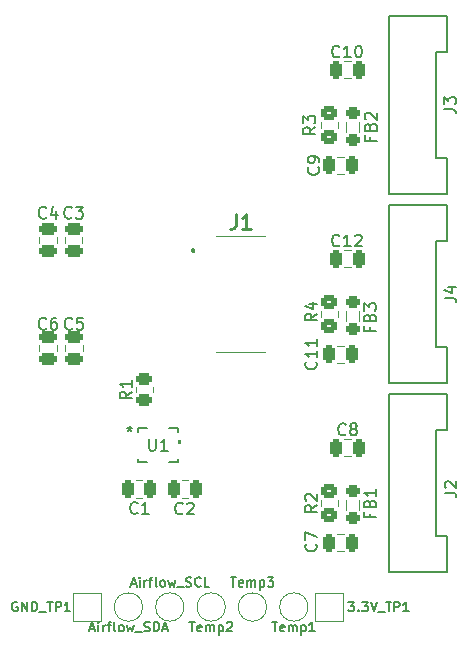
<source format=gto>
G04 #@! TF.GenerationSoftware,KiCad,Pcbnew,7.0.2*
G04 #@! TF.CreationDate,2023-11-13T13:22:44-06:00*
G04 #@! TF.ProjectId,Telemetry-Peripheral-SOM-Daughterboard-IMU,54656c65-6d65-4747-9279-2d5065726970,rev?*
G04 #@! TF.SameCoordinates,Original*
G04 #@! TF.FileFunction,Legend,Top*
G04 #@! TF.FilePolarity,Positive*
%FSLAX46Y46*%
G04 Gerber Fmt 4.6, Leading zero omitted, Abs format (unit mm)*
G04 Created by KiCad (PCBNEW 7.0.2) date 2023-11-13 13:22:44*
%MOMM*%
%LPD*%
G01*
G04 APERTURE LIST*
G04 Aperture macros list*
%AMRoundRect*
0 Rectangle with rounded corners*
0 $1 Rounding radius*
0 $2 $3 $4 $5 $6 $7 $8 $9 X,Y pos of 4 corners*
0 Add a 4 corners polygon primitive as box body*
4,1,4,$2,$3,$4,$5,$6,$7,$8,$9,$2,$3,0*
0 Add four circle primitives for the rounded corners*
1,1,$1+$1,$2,$3*
1,1,$1+$1,$4,$5*
1,1,$1+$1,$6,$7*
1,1,$1+$1,$8,$9*
0 Add four rect primitives between the rounded corners*
20,1,$1+$1,$2,$3,$4,$5,0*
20,1,$1+$1,$4,$5,$6,$7,0*
20,1,$1+$1,$6,$7,$8,$9,0*
20,1,$1+$1,$8,$9,$2,$3,0*%
G04 Aperture macros list end*
%ADD10C,0.150000*%
%ADD11C,0.254000*%
%ADD12C,0.120000*%
%ADD13C,0.100000*%
%ADD14C,0.300000*%
%ADD15C,0.152400*%
%ADD16RoundRect,0.250000X-0.250000X-0.475000X0.250000X-0.475000X0.250000X0.475000X-0.250000X0.475000X0*%
%ADD17RoundRect,0.250000X0.250000X0.475000X-0.250000X0.475000X-0.250000X-0.475000X0.250000X-0.475000X0*%
%ADD18RoundRect,0.250000X0.475000X-0.250000X0.475000X0.250000X-0.475000X0.250000X-0.475000X-0.250000X0*%
%ADD19C,1.270000*%
%ADD20C,1.700000*%
%ADD21RoundRect,0.250000X-0.350000X0.275000X-0.350000X-0.275000X0.350000X-0.275000X0.350000X0.275000X0*%
%ADD22C,2.000000*%
%ADD23R,1.800000X0.550000*%
%ADD24RoundRect,0.250000X-0.475000X0.250000X-0.475000X-0.250000X0.475000X-0.250000X0.475000X0.250000X0*%
%ADD25RoundRect,0.250000X0.450000X-0.350000X0.450000X0.350000X-0.450000X0.350000X-0.450000X-0.350000X0*%
%ADD26R,2.000000X2.000000*%
%ADD27R,0.533400X0.304800*%
%ADD28R,0.304800X0.533400*%
%ADD29C,3.000000*%
%ADD30RoundRect,0.250000X-0.450000X0.262500X-0.450000X-0.262500X0.450000X-0.262500X0.450000X0.262500X0*%
G04 APERTURE END LIST*
D10*
X157764734Y-109517380D02*
X157717115Y-109565000D01*
X157717115Y-109565000D02*
X157574258Y-109612619D01*
X157574258Y-109612619D02*
X157479020Y-109612619D01*
X157479020Y-109612619D02*
X157336163Y-109565000D01*
X157336163Y-109565000D02*
X157240925Y-109469761D01*
X157240925Y-109469761D02*
X157193306Y-109374523D01*
X157193306Y-109374523D02*
X157145687Y-109184047D01*
X157145687Y-109184047D02*
X157145687Y-109041190D01*
X157145687Y-109041190D02*
X157193306Y-108850714D01*
X157193306Y-108850714D02*
X157240925Y-108755476D01*
X157240925Y-108755476D02*
X157336163Y-108660238D01*
X157336163Y-108660238D02*
X157479020Y-108612619D01*
X157479020Y-108612619D02*
X157574258Y-108612619D01*
X157574258Y-108612619D02*
X157717115Y-108660238D01*
X157717115Y-108660238D02*
X157764734Y-108707857D01*
X158717115Y-109612619D02*
X158145687Y-109612619D01*
X158431401Y-109612619D02*
X158431401Y-108612619D01*
X158431401Y-108612619D02*
X158336163Y-108755476D01*
X158336163Y-108755476D02*
X158240925Y-108850714D01*
X158240925Y-108850714D02*
X158145687Y-108898333D01*
X173067380Y-80266666D02*
X173115000Y-80314285D01*
X173115000Y-80314285D02*
X173162619Y-80457142D01*
X173162619Y-80457142D02*
X173162619Y-80552380D01*
X173162619Y-80552380D02*
X173115000Y-80695237D01*
X173115000Y-80695237D02*
X173019761Y-80790475D01*
X173019761Y-80790475D02*
X172924523Y-80838094D01*
X172924523Y-80838094D02*
X172734047Y-80885713D01*
X172734047Y-80885713D02*
X172591190Y-80885713D01*
X172591190Y-80885713D02*
X172400714Y-80838094D01*
X172400714Y-80838094D02*
X172305476Y-80790475D01*
X172305476Y-80790475D02*
X172210238Y-80695237D01*
X172210238Y-80695237D02*
X172162619Y-80552380D01*
X172162619Y-80552380D02*
X172162619Y-80457142D01*
X172162619Y-80457142D02*
X172210238Y-80314285D01*
X172210238Y-80314285D02*
X172257857Y-80266666D01*
X173162619Y-79790475D02*
X173162619Y-79599999D01*
X173162619Y-79599999D02*
X173115000Y-79504761D01*
X173115000Y-79504761D02*
X173067380Y-79457142D01*
X173067380Y-79457142D02*
X172924523Y-79361904D01*
X172924523Y-79361904D02*
X172734047Y-79314285D01*
X172734047Y-79314285D02*
X172353095Y-79314285D01*
X172353095Y-79314285D02*
X172257857Y-79361904D01*
X172257857Y-79361904D02*
X172210238Y-79409523D01*
X172210238Y-79409523D02*
X172162619Y-79504761D01*
X172162619Y-79504761D02*
X172162619Y-79695237D01*
X172162619Y-79695237D02*
X172210238Y-79790475D01*
X172210238Y-79790475D02*
X172257857Y-79838094D01*
X172257857Y-79838094D02*
X172353095Y-79885713D01*
X172353095Y-79885713D02*
X172591190Y-79885713D01*
X172591190Y-79885713D02*
X172686428Y-79838094D01*
X172686428Y-79838094D02*
X172734047Y-79790475D01*
X172734047Y-79790475D02*
X172781666Y-79695237D01*
X172781666Y-79695237D02*
X172781666Y-79504761D01*
X172781666Y-79504761D02*
X172734047Y-79409523D01*
X172734047Y-79409523D02*
X172686428Y-79361904D01*
X172686428Y-79361904D02*
X172591190Y-79314285D01*
X175383333Y-102867380D02*
X175335714Y-102915000D01*
X175335714Y-102915000D02*
X175192857Y-102962619D01*
X175192857Y-102962619D02*
X175097619Y-102962619D01*
X175097619Y-102962619D02*
X174954762Y-102915000D01*
X174954762Y-102915000D02*
X174859524Y-102819761D01*
X174859524Y-102819761D02*
X174811905Y-102724523D01*
X174811905Y-102724523D02*
X174764286Y-102534047D01*
X174764286Y-102534047D02*
X174764286Y-102391190D01*
X174764286Y-102391190D02*
X174811905Y-102200714D01*
X174811905Y-102200714D02*
X174859524Y-102105476D01*
X174859524Y-102105476D02*
X174954762Y-102010238D01*
X174954762Y-102010238D02*
X175097619Y-101962619D01*
X175097619Y-101962619D02*
X175192857Y-101962619D01*
X175192857Y-101962619D02*
X175335714Y-102010238D01*
X175335714Y-102010238D02*
X175383333Y-102057857D01*
X175954762Y-102391190D02*
X175859524Y-102343571D01*
X175859524Y-102343571D02*
X175811905Y-102295952D01*
X175811905Y-102295952D02*
X175764286Y-102200714D01*
X175764286Y-102200714D02*
X175764286Y-102153095D01*
X175764286Y-102153095D02*
X175811905Y-102057857D01*
X175811905Y-102057857D02*
X175859524Y-102010238D01*
X175859524Y-102010238D02*
X175954762Y-101962619D01*
X175954762Y-101962619D02*
X176145238Y-101962619D01*
X176145238Y-101962619D02*
X176240476Y-102010238D01*
X176240476Y-102010238D02*
X176288095Y-102057857D01*
X176288095Y-102057857D02*
X176335714Y-102153095D01*
X176335714Y-102153095D02*
X176335714Y-102200714D01*
X176335714Y-102200714D02*
X176288095Y-102295952D01*
X176288095Y-102295952D02*
X176240476Y-102343571D01*
X176240476Y-102343571D02*
X176145238Y-102391190D01*
X176145238Y-102391190D02*
X175954762Y-102391190D01*
X175954762Y-102391190D02*
X175859524Y-102438809D01*
X175859524Y-102438809D02*
X175811905Y-102486428D01*
X175811905Y-102486428D02*
X175764286Y-102581666D01*
X175764286Y-102581666D02*
X175764286Y-102772142D01*
X175764286Y-102772142D02*
X175811905Y-102867380D01*
X175811905Y-102867380D02*
X175859524Y-102915000D01*
X175859524Y-102915000D02*
X175954762Y-102962619D01*
X175954762Y-102962619D02*
X176145238Y-102962619D01*
X176145238Y-102962619D02*
X176240476Y-102915000D01*
X176240476Y-102915000D02*
X176288095Y-102867380D01*
X176288095Y-102867380D02*
X176335714Y-102772142D01*
X176335714Y-102772142D02*
X176335714Y-102581666D01*
X176335714Y-102581666D02*
X176288095Y-102486428D01*
X176288095Y-102486428D02*
X176240476Y-102438809D01*
X176240476Y-102438809D02*
X176145238Y-102391190D01*
X150033333Y-93917380D02*
X149985714Y-93965000D01*
X149985714Y-93965000D02*
X149842857Y-94012619D01*
X149842857Y-94012619D02*
X149747619Y-94012619D01*
X149747619Y-94012619D02*
X149604762Y-93965000D01*
X149604762Y-93965000D02*
X149509524Y-93869761D01*
X149509524Y-93869761D02*
X149461905Y-93774523D01*
X149461905Y-93774523D02*
X149414286Y-93584047D01*
X149414286Y-93584047D02*
X149414286Y-93441190D01*
X149414286Y-93441190D02*
X149461905Y-93250714D01*
X149461905Y-93250714D02*
X149509524Y-93155476D01*
X149509524Y-93155476D02*
X149604762Y-93060238D01*
X149604762Y-93060238D02*
X149747619Y-93012619D01*
X149747619Y-93012619D02*
X149842857Y-93012619D01*
X149842857Y-93012619D02*
X149985714Y-93060238D01*
X149985714Y-93060238D02*
X150033333Y-93107857D01*
X150890476Y-93012619D02*
X150700000Y-93012619D01*
X150700000Y-93012619D02*
X150604762Y-93060238D01*
X150604762Y-93060238D02*
X150557143Y-93107857D01*
X150557143Y-93107857D02*
X150461905Y-93250714D01*
X150461905Y-93250714D02*
X150414286Y-93441190D01*
X150414286Y-93441190D02*
X150414286Y-93822142D01*
X150414286Y-93822142D02*
X150461905Y-93917380D01*
X150461905Y-93917380D02*
X150509524Y-93965000D01*
X150509524Y-93965000D02*
X150604762Y-94012619D01*
X150604762Y-94012619D02*
X150795238Y-94012619D01*
X150795238Y-94012619D02*
X150890476Y-93965000D01*
X150890476Y-93965000D02*
X150938095Y-93917380D01*
X150938095Y-93917380D02*
X150985714Y-93822142D01*
X150985714Y-93822142D02*
X150985714Y-93584047D01*
X150985714Y-93584047D02*
X150938095Y-93488809D01*
X150938095Y-93488809D02*
X150890476Y-93441190D01*
X150890476Y-93441190D02*
X150795238Y-93393571D01*
X150795238Y-93393571D02*
X150604762Y-93393571D01*
X150604762Y-93393571D02*
X150509524Y-93441190D01*
X150509524Y-93441190D02*
X150461905Y-93488809D01*
X150461905Y-93488809D02*
X150414286Y-93584047D01*
X183762619Y-91333333D02*
X184476904Y-91333333D01*
X184476904Y-91333333D02*
X184619761Y-91380952D01*
X184619761Y-91380952D02*
X184715000Y-91476190D01*
X184715000Y-91476190D02*
X184762619Y-91619047D01*
X184762619Y-91619047D02*
X184762619Y-91714285D01*
X184095952Y-90428571D02*
X184762619Y-90428571D01*
X183715000Y-90666666D02*
X184429285Y-90904761D01*
X184429285Y-90904761D02*
X184429285Y-90285714D01*
X183712619Y-75333333D02*
X184426904Y-75333333D01*
X184426904Y-75333333D02*
X184569761Y-75380952D01*
X184569761Y-75380952D02*
X184665000Y-75476190D01*
X184665000Y-75476190D02*
X184712619Y-75619047D01*
X184712619Y-75619047D02*
X184712619Y-75714285D01*
X183712619Y-74952380D02*
X183712619Y-74333333D01*
X183712619Y-74333333D02*
X184093571Y-74666666D01*
X184093571Y-74666666D02*
X184093571Y-74523809D01*
X184093571Y-74523809D02*
X184141190Y-74428571D01*
X184141190Y-74428571D02*
X184188809Y-74380952D01*
X184188809Y-74380952D02*
X184284047Y-74333333D01*
X184284047Y-74333333D02*
X184522142Y-74333333D01*
X184522142Y-74333333D02*
X184617380Y-74380952D01*
X184617380Y-74380952D02*
X184665000Y-74428571D01*
X184665000Y-74428571D02*
X184712619Y-74523809D01*
X184712619Y-74523809D02*
X184712619Y-74809523D01*
X184712619Y-74809523D02*
X184665000Y-74904761D01*
X184665000Y-74904761D02*
X184617380Y-74952380D01*
X177488809Y-77683333D02*
X177488809Y-78016666D01*
X178012619Y-78016666D02*
X177012619Y-78016666D01*
X177012619Y-78016666D02*
X177012619Y-77540476D01*
X177488809Y-76826190D02*
X177536428Y-76683333D01*
X177536428Y-76683333D02*
X177584047Y-76635714D01*
X177584047Y-76635714D02*
X177679285Y-76588095D01*
X177679285Y-76588095D02*
X177822142Y-76588095D01*
X177822142Y-76588095D02*
X177917380Y-76635714D01*
X177917380Y-76635714D02*
X177965000Y-76683333D01*
X177965000Y-76683333D02*
X178012619Y-76778571D01*
X178012619Y-76778571D02*
X178012619Y-77159523D01*
X178012619Y-77159523D02*
X177012619Y-77159523D01*
X177012619Y-77159523D02*
X177012619Y-76826190D01*
X177012619Y-76826190D02*
X177060238Y-76730952D01*
X177060238Y-76730952D02*
X177107857Y-76683333D01*
X177107857Y-76683333D02*
X177203095Y-76635714D01*
X177203095Y-76635714D02*
X177298333Y-76635714D01*
X177298333Y-76635714D02*
X177393571Y-76683333D01*
X177393571Y-76683333D02*
X177441190Y-76730952D01*
X177441190Y-76730952D02*
X177488809Y-76826190D01*
X177488809Y-76826190D02*
X177488809Y-77159523D01*
X177107857Y-76207142D02*
X177060238Y-76159523D01*
X177060238Y-76159523D02*
X177012619Y-76064285D01*
X177012619Y-76064285D02*
X177012619Y-75826190D01*
X177012619Y-75826190D02*
X177060238Y-75730952D01*
X177060238Y-75730952D02*
X177107857Y-75683333D01*
X177107857Y-75683333D02*
X177203095Y-75635714D01*
X177203095Y-75635714D02*
X177298333Y-75635714D01*
X177298333Y-75635714D02*
X177441190Y-75683333D01*
X177441190Y-75683333D02*
X178012619Y-76254761D01*
X178012619Y-76254761D02*
X178012619Y-75635714D01*
X174857142Y-86867380D02*
X174809523Y-86915000D01*
X174809523Y-86915000D02*
X174666666Y-86962619D01*
X174666666Y-86962619D02*
X174571428Y-86962619D01*
X174571428Y-86962619D02*
X174428571Y-86915000D01*
X174428571Y-86915000D02*
X174333333Y-86819761D01*
X174333333Y-86819761D02*
X174285714Y-86724523D01*
X174285714Y-86724523D02*
X174238095Y-86534047D01*
X174238095Y-86534047D02*
X174238095Y-86391190D01*
X174238095Y-86391190D02*
X174285714Y-86200714D01*
X174285714Y-86200714D02*
X174333333Y-86105476D01*
X174333333Y-86105476D02*
X174428571Y-86010238D01*
X174428571Y-86010238D02*
X174571428Y-85962619D01*
X174571428Y-85962619D02*
X174666666Y-85962619D01*
X174666666Y-85962619D02*
X174809523Y-86010238D01*
X174809523Y-86010238D02*
X174857142Y-86057857D01*
X175809523Y-86962619D02*
X175238095Y-86962619D01*
X175523809Y-86962619D02*
X175523809Y-85962619D01*
X175523809Y-85962619D02*
X175428571Y-86105476D01*
X175428571Y-86105476D02*
X175333333Y-86200714D01*
X175333333Y-86200714D02*
X175238095Y-86248333D01*
X176190476Y-86057857D02*
X176238095Y-86010238D01*
X176238095Y-86010238D02*
X176333333Y-85962619D01*
X176333333Y-85962619D02*
X176571428Y-85962619D01*
X176571428Y-85962619D02*
X176666666Y-86010238D01*
X176666666Y-86010238D02*
X176714285Y-86057857D01*
X176714285Y-86057857D02*
X176761904Y-86153095D01*
X176761904Y-86153095D02*
X176761904Y-86248333D01*
X176761904Y-86248333D02*
X176714285Y-86391190D01*
X176714285Y-86391190D02*
X176142857Y-86962619D01*
X176142857Y-86962619D02*
X176761904Y-86962619D01*
X153723809Y-119341523D02*
X154104762Y-119341523D01*
X153647619Y-119570095D02*
X153914286Y-118770095D01*
X153914286Y-118770095D02*
X154180952Y-119570095D01*
X154447619Y-119570095D02*
X154447619Y-119036761D01*
X154447619Y-118770095D02*
X154409523Y-118808190D01*
X154409523Y-118808190D02*
X154447619Y-118846285D01*
X154447619Y-118846285D02*
X154485714Y-118808190D01*
X154485714Y-118808190D02*
X154447619Y-118770095D01*
X154447619Y-118770095D02*
X154447619Y-118846285D01*
X154828571Y-119570095D02*
X154828571Y-119036761D01*
X154828571Y-119189142D02*
X154866666Y-119112952D01*
X154866666Y-119112952D02*
X154904761Y-119074857D01*
X154904761Y-119074857D02*
X154980952Y-119036761D01*
X154980952Y-119036761D02*
X155057142Y-119036761D01*
X155209523Y-119036761D02*
X155514285Y-119036761D01*
X155323809Y-119570095D02*
X155323809Y-118884380D01*
X155323809Y-118884380D02*
X155361904Y-118808190D01*
X155361904Y-118808190D02*
X155438094Y-118770095D01*
X155438094Y-118770095D02*
X155514285Y-118770095D01*
X155895237Y-119570095D02*
X155819047Y-119532000D01*
X155819047Y-119532000D02*
X155780952Y-119455809D01*
X155780952Y-119455809D02*
X155780952Y-118770095D01*
X156314285Y-119570095D02*
X156238095Y-119532000D01*
X156238095Y-119532000D02*
X156200000Y-119493904D01*
X156200000Y-119493904D02*
X156161904Y-119417714D01*
X156161904Y-119417714D02*
X156161904Y-119189142D01*
X156161904Y-119189142D02*
X156200000Y-119112952D01*
X156200000Y-119112952D02*
X156238095Y-119074857D01*
X156238095Y-119074857D02*
X156314285Y-119036761D01*
X156314285Y-119036761D02*
X156428571Y-119036761D01*
X156428571Y-119036761D02*
X156504762Y-119074857D01*
X156504762Y-119074857D02*
X156542857Y-119112952D01*
X156542857Y-119112952D02*
X156580952Y-119189142D01*
X156580952Y-119189142D02*
X156580952Y-119417714D01*
X156580952Y-119417714D02*
X156542857Y-119493904D01*
X156542857Y-119493904D02*
X156504762Y-119532000D01*
X156504762Y-119532000D02*
X156428571Y-119570095D01*
X156428571Y-119570095D02*
X156314285Y-119570095D01*
X156847619Y-119036761D02*
X157000000Y-119570095D01*
X157000000Y-119570095D02*
X157152381Y-119189142D01*
X157152381Y-119189142D02*
X157304762Y-119570095D01*
X157304762Y-119570095D02*
X157457143Y-119036761D01*
X157571429Y-119646285D02*
X158180952Y-119646285D01*
X158333333Y-119532000D02*
X158447619Y-119570095D01*
X158447619Y-119570095D02*
X158638095Y-119570095D01*
X158638095Y-119570095D02*
X158714286Y-119532000D01*
X158714286Y-119532000D02*
X158752381Y-119493904D01*
X158752381Y-119493904D02*
X158790476Y-119417714D01*
X158790476Y-119417714D02*
X158790476Y-119341523D01*
X158790476Y-119341523D02*
X158752381Y-119265333D01*
X158752381Y-119265333D02*
X158714286Y-119227238D01*
X158714286Y-119227238D02*
X158638095Y-119189142D01*
X158638095Y-119189142D02*
X158485714Y-119151047D01*
X158485714Y-119151047D02*
X158409524Y-119112952D01*
X158409524Y-119112952D02*
X158371429Y-119074857D01*
X158371429Y-119074857D02*
X158333333Y-118998666D01*
X158333333Y-118998666D02*
X158333333Y-118922476D01*
X158333333Y-118922476D02*
X158371429Y-118846285D01*
X158371429Y-118846285D02*
X158409524Y-118808190D01*
X158409524Y-118808190D02*
X158485714Y-118770095D01*
X158485714Y-118770095D02*
X158676191Y-118770095D01*
X158676191Y-118770095D02*
X158790476Y-118808190D01*
X159133334Y-119570095D02*
X159133334Y-118770095D01*
X159133334Y-118770095D02*
X159323810Y-118770095D01*
X159323810Y-118770095D02*
X159438096Y-118808190D01*
X159438096Y-118808190D02*
X159514286Y-118884380D01*
X159514286Y-118884380D02*
X159552381Y-118960571D01*
X159552381Y-118960571D02*
X159590477Y-119112952D01*
X159590477Y-119112952D02*
X159590477Y-119227238D01*
X159590477Y-119227238D02*
X159552381Y-119379619D01*
X159552381Y-119379619D02*
X159514286Y-119455809D01*
X159514286Y-119455809D02*
X159438096Y-119532000D01*
X159438096Y-119532000D02*
X159323810Y-119570095D01*
X159323810Y-119570095D02*
X159133334Y-119570095D01*
X159895238Y-119341523D02*
X160276191Y-119341523D01*
X159819048Y-119570095D02*
X160085715Y-118770095D01*
X160085715Y-118770095D02*
X160352381Y-119570095D01*
D11*
X166076667Y-84217526D02*
X166076667Y-85124669D01*
X166076667Y-85124669D02*
X166016190Y-85306097D01*
X166016190Y-85306097D02*
X165895238Y-85427050D01*
X165895238Y-85427050D02*
X165713809Y-85487526D01*
X165713809Y-85487526D02*
X165592857Y-85487526D01*
X167346667Y-85487526D02*
X166620952Y-85487526D01*
X166983809Y-85487526D02*
X166983809Y-84217526D01*
X166983809Y-84217526D02*
X166862857Y-84398954D01*
X166862857Y-84398954D02*
X166741905Y-84519907D01*
X166741905Y-84519907D02*
X166620952Y-84580383D01*
D10*
X174857142Y-70867380D02*
X174809523Y-70915000D01*
X174809523Y-70915000D02*
X174666666Y-70962619D01*
X174666666Y-70962619D02*
X174571428Y-70962619D01*
X174571428Y-70962619D02*
X174428571Y-70915000D01*
X174428571Y-70915000D02*
X174333333Y-70819761D01*
X174333333Y-70819761D02*
X174285714Y-70724523D01*
X174285714Y-70724523D02*
X174238095Y-70534047D01*
X174238095Y-70534047D02*
X174238095Y-70391190D01*
X174238095Y-70391190D02*
X174285714Y-70200714D01*
X174285714Y-70200714D02*
X174333333Y-70105476D01*
X174333333Y-70105476D02*
X174428571Y-70010238D01*
X174428571Y-70010238D02*
X174571428Y-69962619D01*
X174571428Y-69962619D02*
X174666666Y-69962619D01*
X174666666Y-69962619D02*
X174809523Y-70010238D01*
X174809523Y-70010238D02*
X174857142Y-70057857D01*
X175809523Y-70962619D02*
X175238095Y-70962619D01*
X175523809Y-70962619D02*
X175523809Y-69962619D01*
X175523809Y-69962619D02*
X175428571Y-70105476D01*
X175428571Y-70105476D02*
X175333333Y-70200714D01*
X175333333Y-70200714D02*
X175238095Y-70248333D01*
X176428571Y-69962619D02*
X176523809Y-69962619D01*
X176523809Y-69962619D02*
X176619047Y-70010238D01*
X176619047Y-70010238D02*
X176666666Y-70057857D01*
X176666666Y-70057857D02*
X176714285Y-70153095D01*
X176714285Y-70153095D02*
X176761904Y-70343571D01*
X176761904Y-70343571D02*
X176761904Y-70581666D01*
X176761904Y-70581666D02*
X176714285Y-70772142D01*
X176714285Y-70772142D02*
X176666666Y-70867380D01*
X176666666Y-70867380D02*
X176619047Y-70915000D01*
X176619047Y-70915000D02*
X176523809Y-70962619D01*
X176523809Y-70962619D02*
X176428571Y-70962619D01*
X176428571Y-70962619D02*
X176333333Y-70915000D01*
X176333333Y-70915000D02*
X176285714Y-70867380D01*
X176285714Y-70867380D02*
X176238095Y-70772142D01*
X176238095Y-70772142D02*
X176190476Y-70581666D01*
X176190476Y-70581666D02*
X176190476Y-70343571D01*
X176190476Y-70343571D02*
X176238095Y-70153095D01*
X176238095Y-70153095D02*
X176285714Y-70057857D01*
X176285714Y-70057857D02*
X176333333Y-70010238D01*
X176333333Y-70010238D02*
X176428571Y-69962619D01*
X172867380Y-96742857D02*
X172915000Y-96790476D01*
X172915000Y-96790476D02*
X172962619Y-96933333D01*
X172962619Y-96933333D02*
X172962619Y-97028571D01*
X172962619Y-97028571D02*
X172915000Y-97171428D01*
X172915000Y-97171428D02*
X172819761Y-97266666D01*
X172819761Y-97266666D02*
X172724523Y-97314285D01*
X172724523Y-97314285D02*
X172534047Y-97361904D01*
X172534047Y-97361904D02*
X172391190Y-97361904D01*
X172391190Y-97361904D02*
X172200714Y-97314285D01*
X172200714Y-97314285D02*
X172105476Y-97266666D01*
X172105476Y-97266666D02*
X172010238Y-97171428D01*
X172010238Y-97171428D02*
X171962619Y-97028571D01*
X171962619Y-97028571D02*
X171962619Y-96933333D01*
X171962619Y-96933333D02*
X172010238Y-96790476D01*
X172010238Y-96790476D02*
X172057857Y-96742857D01*
X172962619Y-95790476D02*
X172962619Y-96361904D01*
X172962619Y-96076190D02*
X171962619Y-96076190D01*
X171962619Y-96076190D02*
X172105476Y-96171428D01*
X172105476Y-96171428D02*
X172200714Y-96266666D01*
X172200714Y-96266666D02*
X172248333Y-96361904D01*
X172962619Y-94838095D02*
X172962619Y-95409523D01*
X172962619Y-95123809D02*
X171962619Y-95123809D01*
X171962619Y-95123809D02*
X172105476Y-95219047D01*
X172105476Y-95219047D02*
X172200714Y-95314285D01*
X172200714Y-95314285D02*
X172248333Y-95409523D01*
X152233333Y-93917380D02*
X152185714Y-93965000D01*
X152185714Y-93965000D02*
X152042857Y-94012619D01*
X152042857Y-94012619D02*
X151947619Y-94012619D01*
X151947619Y-94012619D02*
X151804762Y-93965000D01*
X151804762Y-93965000D02*
X151709524Y-93869761D01*
X151709524Y-93869761D02*
X151661905Y-93774523D01*
X151661905Y-93774523D02*
X151614286Y-93584047D01*
X151614286Y-93584047D02*
X151614286Y-93441190D01*
X151614286Y-93441190D02*
X151661905Y-93250714D01*
X151661905Y-93250714D02*
X151709524Y-93155476D01*
X151709524Y-93155476D02*
X151804762Y-93060238D01*
X151804762Y-93060238D02*
X151947619Y-93012619D01*
X151947619Y-93012619D02*
X152042857Y-93012619D01*
X152042857Y-93012619D02*
X152185714Y-93060238D01*
X152185714Y-93060238D02*
X152233333Y-93107857D01*
X153138095Y-93012619D02*
X152661905Y-93012619D01*
X152661905Y-93012619D02*
X152614286Y-93488809D01*
X152614286Y-93488809D02*
X152661905Y-93441190D01*
X152661905Y-93441190D02*
X152757143Y-93393571D01*
X152757143Y-93393571D02*
X152995238Y-93393571D01*
X152995238Y-93393571D02*
X153090476Y-93441190D01*
X153090476Y-93441190D02*
X153138095Y-93488809D01*
X153138095Y-93488809D02*
X153185714Y-93584047D01*
X153185714Y-93584047D02*
X153185714Y-93822142D01*
X153185714Y-93822142D02*
X153138095Y-93917380D01*
X153138095Y-93917380D02*
X153090476Y-93965000D01*
X153090476Y-93965000D02*
X152995238Y-94012619D01*
X152995238Y-94012619D02*
X152757143Y-94012619D01*
X152757143Y-94012619D02*
X152661905Y-93965000D01*
X152661905Y-93965000D02*
X152614286Y-93917380D01*
X169152380Y-118770095D02*
X169609523Y-118770095D01*
X169380951Y-119570095D02*
X169380951Y-118770095D01*
X170180952Y-119532000D02*
X170104761Y-119570095D01*
X170104761Y-119570095D02*
X169952380Y-119570095D01*
X169952380Y-119570095D02*
X169876190Y-119532000D01*
X169876190Y-119532000D02*
X169838094Y-119455809D01*
X169838094Y-119455809D02*
X169838094Y-119151047D01*
X169838094Y-119151047D02*
X169876190Y-119074857D01*
X169876190Y-119074857D02*
X169952380Y-119036761D01*
X169952380Y-119036761D02*
X170104761Y-119036761D01*
X170104761Y-119036761D02*
X170180952Y-119074857D01*
X170180952Y-119074857D02*
X170219047Y-119151047D01*
X170219047Y-119151047D02*
X170219047Y-119227238D01*
X170219047Y-119227238D02*
X169838094Y-119303428D01*
X170561904Y-119570095D02*
X170561904Y-119036761D01*
X170561904Y-119112952D02*
X170599999Y-119074857D01*
X170599999Y-119074857D02*
X170676189Y-119036761D01*
X170676189Y-119036761D02*
X170790475Y-119036761D01*
X170790475Y-119036761D02*
X170866666Y-119074857D01*
X170866666Y-119074857D02*
X170904761Y-119151047D01*
X170904761Y-119151047D02*
X170904761Y-119570095D01*
X170904761Y-119151047D02*
X170942856Y-119074857D01*
X170942856Y-119074857D02*
X171019047Y-119036761D01*
X171019047Y-119036761D02*
X171133332Y-119036761D01*
X171133332Y-119036761D02*
X171209523Y-119074857D01*
X171209523Y-119074857D02*
X171247618Y-119151047D01*
X171247618Y-119151047D02*
X171247618Y-119570095D01*
X171628571Y-119036761D02*
X171628571Y-119836761D01*
X171628571Y-119074857D02*
X171704761Y-119036761D01*
X171704761Y-119036761D02*
X171857142Y-119036761D01*
X171857142Y-119036761D02*
X171933333Y-119074857D01*
X171933333Y-119074857D02*
X171971428Y-119112952D01*
X171971428Y-119112952D02*
X172009523Y-119189142D01*
X172009523Y-119189142D02*
X172009523Y-119417714D01*
X172009523Y-119417714D02*
X171971428Y-119493904D01*
X171971428Y-119493904D02*
X171933333Y-119532000D01*
X171933333Y-119532000D02*
X171857142Y-119570095D01*
X171857142Y-119570095D02*
X171704761Y-119570095D01*
X171704761Y-119570095D02*
X171628571Y-119532000D01*
X172771428Y-119570095D02*
X172314285Y-119570095D01*
X172542857Y-119570095D02*
X172542857Y-118770095D01*
X172542857Y-118770095D02*
X172466666Y-118884380D01*
X172466666Y-118884380D02*
X172390476Y-118960571D01*
X172390476Y-118960571D02*
X172314285Y-118998666D01*
X172812619Y-76866666D02*
X172336428Y-77199999D01*
X172812619Y-77438094D02*
X171812619Y-77438094D01*
X171812619Y-77438094D02*
X171812619Y-77057142D01*
X171812619Y-77057142D02*
X171860238Y-76961904D01*
X171860238Y-76961904D02*
X171907857Y-76914285D01*
X171907857Y-76914285D02*
X172003095Y-76866666D01*
X172003095Y-76866666D02*
X172145952Y-76866666D01*
X172145952Y-76866666D02*
X172241190Y-76914285D01*
X172241190Y-76914285D02*
X172288809Y-76961904D01*
X172288809Y-76961904D02*
X172336428Y-77057142D01*
X172336428Y-77057142D02*
X172336428Y-77438094D01*
X171812619Y-76533332D02*
X171812619Y-75914285D01*
X171812619Y-75914285D02*
X172193571Y-76247618D01*
X172193571Y-76247618D02*
X172193571Y-76104761D01*
X172193571Y-76104761D02*
X172241190Y-76009523D01*
X172241190Y-76009523D02*
X172288809Y-75961904D01*
X172288809Y-75961904D02*
X172384047Y-75914285D01*
X172384047Y-75914285D02*
X172622142Y-75914285D01*
X172622142Y-75914285D02*
X172717380Y-75961904D01*
X172717380Y-75961904D02*
X172765000Y-76009523D01*
X172765000Y-76009523D02*
X172812619Y-76104761D01*
X172812619Y-76104761D02*
X172812619Y-76390475D01*
X172812619Y-76390475D02*
X172765000Y-76485713D01*
X172765000Y-76485713D02*
X172717380Y-76533332D01*
X165652380Y-114970095D02*
X166109523Y-114970095D01*
X165880951Y-115770095D02*
X165880951Y-114970095D01*
X166680952Y-115732000D02*
X166604761Y-115770095D01*
X166604761Y-115770095D02*
X166452380Y-115770095D01*
X166452380Y-115770095D02*
X166376190Y-115732000D01*
X166376190Y-115732000D02*
X166338094Y-115655809D01*
X166338094Y-115655809D02*
X166338094Y-115351047D01*
X166338094Y-115351047D02*
X166376190Y-115274857D01*
X166376190Y-115274857D02*
X166452380Y-115236761D01*
X166452380Y-115236761D02*
X166604761Y-115236761D01*
X166604761Y-115236761D02*
X166680952Y-115274857D01*
X166680952Y-115274857D02*
X166719047Y-115351047D01*
X166719047Y-115351047D02*
X166719047Y-115427238D01*
X166719047Y-115427238D02*
X166338094Y-115503428D01*
X167061904Y-115770095D02*
X167061904Y-115236761D01*
X167061904Y-115312952D02*
X167099999Y-115274857D01*
X167099999Y-115274857D02*
X167176189Y-115236761D01*
X167176189Y-115236761D02*
X167290475Y-115236761D01*
X167290475Y-115236761D02*
X167366666Y-115274857D01*
X167366666Y-115274857D02*
X167404761Y-115351047D01*
X167404761Y-115351047D02*
X167404761Y-115770095D01*
X167404761Y-115351047D02*
X167442856Y-115274857D01*
X167442856Y-115274857D02*
X167519047Y-115236761D01*
X167519047Y-115236761D02*
X167633332Y-115236761D01*
X167633332Y-115236761D02*
X167709523Y-115274857D01*
X167709523Y-115274857D02*
X167747618Y-115351047D01*
X167747618Y-115351047D02*
X167747618Y-115770095D01*
X168128571Y-115236761D02*
X168128571Y-116036761D01*
X168128571Y-115274857D02*
X168204761Y-115236761D01*
X168204761Y-115236761D02*
X168357142Y-115236761D01*
X168357142Y-115236761D02*
X168433333Y-115274857D01*
X168433333Y-115274857D02*
X168471428Y-115312952D01*
X168471428Y-115312952D02*
X168509523Y-115389142D01*
X168509523Y-115389142D02*
X168509523Y-115617714D01*
X168509523Y-115617714D02*
X168471428Y-115693904D01*
X168471428Y-115693904D02*
X168433333Y-115732000D01*
X168433333Y-115732000D02*
X168357142Y-115770095D01*
X168357142Y-115770095D02*
X168204761Y-115770095D01*
X168204761Y-115770095D02*
X168128571Y-115732000D01*
X168776190Y-114970095D02*
X169271428Y-114970095D01*
X169271428Y-114970095D02*
X169004762Y-115274857D01*
X169004762Y-115274857D02*
X169119047Y-115274857D01*
X169119047Y-115274857D02*
X169195238Y-115312952D01*
X169195238Y-115312952D02*
X169233333Y-115351047D01*
X169233333Y-115351047D02*
X169271428Y-115427238D01*
X169271428Y-115427238D02*
X169271428Y-115617714D01*
X169271428Y-115617714D02*
X169233333Y-115693904D01*
X169233333Y-115693904D02*
X169195238Y-115732000D01*
X169195238Y-115732000D02*
X169119047Y-115770095D01*
X169119047Y-115770095D02*
X168890476Y-115770095D01*
X168890476Y-115770095D02*
X168814285Y-115732000D01*
X168814285Y-115732000D02*
X168776190Y-115693904D01*
X150033333Y-84517380D02*
X149985714Y-84565000D01*
X149985714Y-84565000D02*
X149842857Y-84612619D01*
X149842857Y-84612619D02*
X149747619Y-84612619D01*
X149747619Y-84612619D02*
X149604762Y-84565000D01*
X149604762Y-84565000D02*
X149509524Y-84469761D01*
X149509524Y-84469761D02*
X149461905Y-84374523D01*
X149461905Y-84374523D02*
X149414286Y-84184047D01*
X149414286Y-84184047D02*
X149414286Y-84041190D01*
X149414286Y-84041190D02*
X149461905Y-83850714D01*
X149461905Y-83850714D02*
X149509524Y-83755476D01*
X149509524Y-83755476D02*
X149604762Y-83660238D01*
X149604762Y-83660238D02*
X149747619Y-83612619D01*
X149747619Y-83612619D02*
X149842857Y-83612619D01*
X149842857Y-83612619D02*
X149985714Y-83660238D01*
X149985714Y-83660238D02*
X150033333Y-83707857D01*
X150890476Y-83945952D02*
X150890476Y-84612619D01*
X150652381Y-83565000D02*
X150414286Y-84279285D01*
X150414286Y-84279285D02*
X151033333Y-84279285D01*
X152183333Y-84517380D02*
X152135714Y-84565000D01*
X152135714Y-84565000D02*
X151992857Y-84612619D01*
X151992857Y-84612619D02*
X151897619Y-84612619D01*
X151897619Y-84612619D02*
X151754762Y-84565000D01*
X151754762Y-84565000D02*
X151659524Y-84469761D01*
X151659524Y-84469761D02*
X151611905Y-84374523D01*
X151611905Y-84374523D02*
X151564286Y-84184047D01*
X151564286Y-84184047D02*
X151564286Y-84041190D01*
X151564286Y-84041190D02*
X151611905Y-83850714D01*
X151611905Y-83850714D02*
X151659524Y-83755476D01*
X151659524Y-83755476D02*
X151754762Y-83660238D01*
X151754762Y-83660238D02*
X151897619Y-83612619D01*
X151897619Y-83612619D02*
X151992857Y-83612619D01*
X151992857Y-83612619D02*
X152135714Y-83660238D01*
X152135714Y-83660238D02*
X152183333Y-83707857D01*
X152516667Y-83612619D02*
X153135714Y-83612619D01*
X153135714Y-83612619D02*
X152802381Y-83993571D01*
X152802381Y-83993571D02*
X152945238Y-83993571D01*
X152945238Y-83993571D02*
X153040476Y-84041190D01*
X153040476Y-84041190D02*
X153088095Y-84088809D01*
X153088095Y-84088809D02*
X153135714Y-84184047D01*
X153135714Y-84184047D02*
X153135714Y-84422142D01*
X153135714Y-84422142D02*
X153088095Y-84517380D01*
X153088095Y-84517380D02*
X153040476Y-84565000D01*
X153040476Y-84565000D02*
X152945238Y-84612619D01*
X152945238Y-84612619D02*
X152659524Y-84612619D01*
X152659524Y-84612619D02*
X152564286Y-84565000D01*
X152564286Y-84565000D02*
X152516667Y-84517380D01*
X175628571Y-117070095D02*
X176123809Y-117070095D01*
X176123809Y-117070095D02*
X175857143Y-117374857D01*
X175857143Y-117374857D02*
X175971428Y-117374857D01*
X175971428Y-117374857D02*
X176047619Y-117412952D01*
X176047619Y-117412952D02*
X176085714Y-117451047D01*
X176085714Y-117451047D02*
X176123809Y-117527238D01*
X176123809Y-117527238D02*
X176123809Y-117717714D01*
X176123809Y-117717714D02*
X176085714Y-117793904D01*
X176085714Y-117793904D02*
X176047619Y-117832000D01*
X176047619Y-117832000D02*
X175971428Y-117870095D01*
X175971428Y-117870095D02*
X175742857Y-117870095D01*
X175742857Y-117870095D02*
X175666666Y-117832000D01*
X175666666Y-117832000D02*
X175628571Y-117793904D01*
X176466667Y-117793904D02*
X176504762Y-117832000D01*
X176504762Y-117832000D02*
X176466667Y-117870095D01*
X176466667Y-117870095D02*
X176428571Y-117832000D01*
X176428571Y-117832000D02*
X176466667Y-117793904D01*
X176466667Y-117793904D02*
X176466667Y-117870095D01*
X176771428Y-117070095D02*
X177266666Y-117070095D01*
X177266666Y-117070095D02*
X177000000Y-117374857D01*
X177000000Y-117374857D02*
X177114285Y-117374857D01*
X177114285Y-117374857D02*
X177190476Y-117412952D01*
X177190476Y-117412952D02*
X177228571Y-117451047D01*
X177228571Y-117451047D02*
X177266666Y-117527238D01*
X177266666Y-117527238D02*
X177266666Y-117717714D01*
X177266666Y-117717714D02*
X177228571Y-117793904D01*
X177228571Y-117793904D02*
X177190476Y-117832000D01*
X177190476Y-117832000D02*
X177114285Y-117870095D01*
X177114285Y-117870095D02*
X176885714Y-117870095D01*
X176885714Y-117870095D02*
X176809523Y-117832000D01*
X176809523Y-117832000D02*
X176771428Y-117793904D01*
X177495238Y-117070095D02*
X177761905Y-117870095D01*
X177761905Y-117870095D02*
X178028571Y-117070095D01*
X178104762Y-117946285D02*
X178714285Y-117946285D01*
X178790476Y-117070095D02*
X179247619Y-117070095D01*
X179019047Y-117870095D02*
X179019047Y-117070095D01*
X179514286Y-117870095D02*
X179514286Y-117070095D01*
X179514286Y-117070095D02*
X179819048Y-117070095D01*
X179819048Y-117070095D02*
X179895238Y-117108190D01*
X179895238Y-117108190D02*
X179933333Y-117146285D01*
X179933333Y-117146285D02*
X179971429Y-117222476D01*
X179971429Y-117222476D02*
X179971429Y-117336761D01*
X179971429Y-117336761D02*
X179933333Y-117412952D01*
X179933333Y-117412952D02*
X179895238Y-117451047D01*
X179895238Y-117451047D02*
X179819048Y-117489142D01*
X179819048Y-117489142D02*
X179514286Y-117489142D01*
X180733333Y-117870095D02*
X180276190Y-117870095D01*
X180504762Y-117870095D02*
X180504762Y-117070095D01*
X180504762Y-117070095D02*
X180428571Y-117184380D01*
X180428571Y-117184380D02*
X180352381Y-117260571D01*
X180352381Y-117260571D02*
X180276190Y-117298666D01*
X172867380Y-112166666D02*
X172915000Y-112214285D01*
X172915000Y-112214285D02*
X172962619Y-112357142D01*
X172962619Y-112357142D02*
X172962619Y-112452380D01*
X172962619Y-112452380D02*
X172915000Y-112595237D01*
X172915000Y-112595237D02*
X172819761Y-112690475D01*
X172819761Y-112690475D02*
X172724523Y-112738094D01*
X172724523Y-112738094D02*
X172534047Y-112785713D01*
X172534047Y-112785713D02*
X172391190Y-112785713D01*
X172391190Y-112785713D02*
X172200714Y-112738094D01*
X172200714Y-112738094D02*
X172105476Y-112690475D01*
X172105476Y-112690475D02*
X172010238Y-112595237D01*
X172010238Y-112595237D02*
X171962619Y-112452380D01*
X171962619Y-112452380D02*
X171962619Y-112357142D01*
X171962619Y-112357142D02*
X172010238Y-112214285D01*
X172010238Y-112214285D02*
X172057857Y-112166666D01*
X171962619Y-111833332D02*
X171962619Y-111166666D01*
X171962619Y-111166666D02*
X172962619Y-111595237D01*
X158738096Y-103262318D02*
X158738096Y-104071841D01*
X158738096Y-104071841D02*
X158785715Y-104167079D01*
X158785715Y-104167079D02*
X158833334Y-104214699D01*
X158833334Y-104214699D02*
X158928572Y-104262318D01*
X158928572Y-104262318D02*
X159119048Y-104262318D01*
X159119048Y-104262318D02*
X159214286Y-104214699D01*
X159214286Y-104214699D02*
X159261905Y-104167079D01*
X159261905Y-104167079D02*
X159309524Y-104071841D01*
X159309524Y-104071841D02*
X159309524Y-103262318D01*
X160309524Y-104262318D02*
X159738096Y-104262318D01*
X160023810Y-104262318D02*
X160023810Y-103262318D01*
X160023810Y-103262318D02*
X159928572Y-103405175D01*
X159928572Y-103405175D02*
X159833334Y-103500413D01*
X159833334Y-103500413D02*
X159738096Y-103548032D01*
X157100000Y-102162619D02*
X157100000Y-102400714D01*
X156861905Y-102305476D02*
X157100000Y-102400714D01*
X157100000Y-102400714D02*
X157338095Y-102305476D01*
X156957143Y-102591190D02*
X157100000Y-102400714D01*
X157100000Y-102400714D02*
X157242857Y-102591190D01*
X172962619Y-108866666D02*
X172486428Y-109199999D01*
X172962619Y-109438094D02*
X171962619Y-109438094D01*
X171962619Y-109438094D02*
X171962619Y-109057142D01*
X171962619Y-109057142D02*
X172010238Y-108961904D01*
X172010238Y-108961904D02*
X172057857Y-108914285D01*
X172057857Y-108914285D02*
X172153095Y-108866666D01*
X172153095Y-108866666D02*
X172295952Y-108866666D01*
X172295952Y-108866666D02*
X172391190Y-108914285D01*
X172391190Y-108914285D02*
X172438809Y-108961904D01*
X172438809Y-108961904D02*
X172486428Y-109057142D01*
X172486428Y-109057142D02*
X172486428Y-109438094D01*
X172057857Y-108485713D02*
X172010238Y-108438094D01*
X172010238Y-108438094D02*
X171962619Y-108342856D01*
X171962619Y-108342856D02*
X171962619Y-108104761D01*
X171962619Y-108104761D02*
X172010238Y-108009523D01*
X172010238Y-108009523D02*
X172057857Y-107961904D01*
X172057857Y-107961904D02*
X172153095Y-107914285D01*
X172153095Y-107914285D02*
X172248333Y-107914285D01*
X172248333Y-107914285D02*
X172391190Y-107961904D01*
X172391190Y-107961904D02*
X172962619Y-108533332D01*
X172962619Y-108533332D02*
X172962619Y-107914285D01*
X157262619Y-99266666D02*
X156786428Y-99599999D01*
X157262619Y-99838094D02*
X156262619Y-99838094D01*
X156262619Y-99838094D02*
X156262619Y-99457142D01*
X156262619Y-99457142D02*
X156310238Y-99361904D01*
X156310238Y-99361904D02*
X156357857Y-99314285D01*
X156357857Y-99314285D02*
X156453095Y-99266666D01*
X156453095Y-99266666D02*
X156595952Y-99266666D01*
X156595952Y-99266666D02*
X156691190Y-99314285D01*
X156691190Y-99314285D02*
X156738809Y-99361904D01*
X156738809Y-99361904D02*
X156786428Y-99457142D01*
X156786428Y-99457142D02*
X156786428Y-99838094D01*
X157262619Y-98314285D02*
X157262619Y-98885713D01*
X157262619Y-98599999D02*
X156262619Y-98599999D01*
X156262619Y-98599999D02*
X156405476Y-98695237D01*
X156405476Y-98695237D02*
X156500714Y-98790475D01*
X156500714Y-98790475D02*
X156548333Y-98885713D01*
X172962619Y-92666666D02*
X172486428Y-92999999D01*
X172962619Y-93238094D02*
X171962619Y-93238094D01*
X171962619Y-93238094D02*
X171962619Y-92857142D01*
X171962619Y-92857142D02*
X172010238Y-92761904D01*
X172010238Y-92761904D02*
X172057857Y-92714285D01*
X172057857Y-92714285D02*
X172153095Y-92666666D01*
X172153095Y-92666666D02*
X172295952Y-92666666D01*
X172295952Y-92666666D02*
X172391190Y-92714285D01*
X172391190Y-92714285D02*
X172438809Y-92761904D01*
X172438809Y-92761904D02*
X172486428Y-92857142D01*
X172486428Y-92857142D02*
X172486428Y-93238094D01*
X172295952Y-91809523D02*
X172962619Y-91809523D01*
X171915000Y-92047618D02*
X172629285Y-92285713D01*
X172629285Y-92285713D02*
X172629285Y-91666666D01*
X177438809Y-93833333D02*
X177438809Y-94166666D01*
X177962619Y-94166666D02*
X176962619Y-94166666D01*
X176962619Y-94166666D02*
X176962619Y-93690476D01*
X177438809Y-92976190D02*
X177486428Y-92833333D01*
X177486428Y-92833333D02*
X177534047Y-92785714D01*
X177534047Y-92785714D02*
X177629285Y-92738095D01*
X177629285Y-92738095D02*
X177772142Y-92738095D01*
X177772142Y-92738095D02*
X177867380Y-92785714D01*
X177867380Y-92785714D02*
X177915000Y-92833333D01*
X177915000Y-92833333D02*
X177962619Y-92928571D01*
X177962619Y-92928571D02*
X177962619Y-93309523D01*
X177962619Y-93309523D02*
X176962619Y-93309523D01*
X176962619Y-93309523D02*
X176962619Y-92976190D01*
X176962619Y-92976190D02*
X177010238Y-92880952D01*
X177010238Y-92880952D02*
X177057857Y-92833333D01*
X177057857Y-92833333D02*
X177153095Y-92785714D01*
X177153095Y-92785714D02*
X177248333Y-92785714D01*
X177248333Y-92785714D02*
X177343571Y-92833333D01*
X177343571Y-92833333D02*
X177391190Y-92880952D01*
X177391190Y-92880952D02*
X177438809Y-92976190D01*
X177438809Y-92976190D02*
X177438809Y-93309523D01*
X176962619Y-92404761D02*
X176962619Y-91785714D01*
X176962619Y-91785714D02*
X177343571Y-92119047D01*
X177343571Y-92119047D02*
X177343571Y-91976190D01*
X177343571Y-91976190D02*
X177391190Y-91880952D01*
X177391190Y-91880952D02*
X177438809Y-91833333D01*
X177438809Y-91833333D02*
X177534047Y-91785714D01*
X177534047Y-91785714D02*
X177772142Y-91785714D01*
X177772142Y-91785714D02*
X177867380Y-91833333D01*
X177867380Y-91833333D02*
X177915000Y-91880952D01*
X177915000Y-91880952D02*
X177962619Y-91976190D01*
X177962619Y-91976190D02*
X177962619Y-92261904D01*
X177962619Y-92261904D02*
X177915000Y-92357142D01*
X177915000Y-92357142D02*
X177867380Y-92404761D01*
X161583333Y-109567380D02*
X161535714Y-109615000D01*
X161535714Y-109615000D02*
X161392857Y-109662619D01*
X161392857Y-109662619D02*
X161297619Y-109662619D01*
X161297619Y-109662619D02*
X161154762Y-109615000D01*
X161154762Y-109615000D02*
X161059524Y-109519761D01*
X161059524Y-109519761D02*
X161011905Y-109424523D01*
X161011905Y-109424523D02*
X160964286Y-109234047D01*
X160964286Y-109234047D02*
X160964286Y-109091190D01*
X160964286Y-109091190D02*
X161011905Y-108900714D01*
X161011905Y-108900714D02*
X161059524Y-108805476D01*
X161059524Y-108805476D02*
X161154762Y-108710238D01*
X161154762Y-108710238D02*
X161297619Y-108662619D01*
X161297619Y-108662619D02*
X161392857Y-108662619D01*
X161392857Y-108662619D02*
X161535714Y-108710238D01*
X161535714Y-108710238D02*
X161583333Y-108757857D01*
X161964286Y-108757857D02*
X162011905Y-108710238D01*
X162011905Y-108710238D02*
X162107143Y-108662619D01*
X162107143Y-108662619D02*
X162345238Y-108662619D01*
X162345238Y-108662619D02*
X162440476Y-108710238D01*
X162440476Y-108710238D02*
X162488095Y-108757857D01*
X162488095Y-108757857D02*
X162535714Y-108853095D01*
X162535714Y-108853095D02*
X162535714Y-108948333D01*
X162535714Y-108948333D02*
X162488095Y-109091190D01*
X162488095Y-109091190D02*
X161916667Y-109662619D01*
X161916667Y-109662619D02*
X162535714Y-109662619D01*
X157242856Y-115541523D02*
X157623809Y-115541523D01*
X157166666Y-115770095D02*
X157433333Y-114970095D01*
X157433333Y-114970095D02*
X157699999Y-115770095D01*
X157966666Y-115770095D02*
X157966666Y-115236761D01*
X157966666Y-114970095D02*
X157928570Y-115008190D01*
X157928570Y-115008190D02*
X157966666Y-115046285D01*
X157966666Y-115046285D02*
X158004761Y-115008190D01*
X158004761Y-115008190D02*
X157966666Y-114970095D01*
X157966666Y-114970095D02*
X157966666Y-115046285D01*
X158347618Y-115770095D02*
X158347618Y-115236761D01*
X158347618Y-115389142D02*
X158385713Y-115312952D01*
X158385713Y-115312952D02*
X158423808Y-115274857D01*
X158423808Y-115274857D02*
X158499999Y-115236761D01*
X158499999Y-115236761D02*
X158576189Y-115236761D01*
X158728570Y-115236761D02*
X159033332Y-115236761D01*
X158842856Y-115770095D02*
X158842856Y-115084380D01*
X158842856Y-115084380D02*
X158880951Y-115008190D01*
X158880951Y-115008190D02*
X158957141Y-114970095D01*
X158957141Y-114970095D02*
X159033332Y-114970095D01*
X159414284Y-115770095D02*
X159338094Y-115732000D01*
X159338094Y-115732000D02*
X159299999Y-115655809D01*
X159299999Y-115655809D02*
X159299999Y-114970095D01*
X159833332Y-115770095D02*
X159757142Y-115732000D01*
X159757142Y-115732000D02*
X159719047Y-115693904D01*
X159719047Y-115693904D02*
X159680951Y-115617714D01*
X159680951Y-115617714D02*
X159680951Y-115389142D01*
X159680951Y-115389142D02*
X159719047Y-115312952D01*
X159719047Y-115312952D02*
X159757142Y-115274857D01*
X159757142Y-115274857D02*
X159833332Y-115236761D01*
X159833332Y-115236761D02*
X159947618Y-115236761D01*
X159947618Y-115236761D02*
X160023809Y-115274857D01*
X160023809Y-115274857D02*
X160061904Y-115312952D01*
X160061904Y-115312952D02*
X160099999Y-115389142D01*
X160099999Y-115389142D02*
X160099999Y-115617714D01*
X160099999Y-115617714D02*
X160061904Y-115693904D01*
X160061904Y-115693904D02*
X160023809Y-115732000D01*
X160023809Y-115732000D02*
X159947618Y-115770095D01*
X159947618Y-115770095D02*
X159833332Y-115770095D01*
X160366666Y-115236761D02*
X160519047Y-115770095D01*
X160519047Y-115770095D02*
X160671428Y-115389142D01*
X160671428Y-115389142D02*
X160823809Y-115770095D01*
X160823809Y-115770095D02*
X160976190Y-115236761D01*
X161090476Y-115846285D02*
X161699999Y-115846285D01*
X161852380Y-115732000D02*
X161966666Y-115770095D01*
X161966666Y-115770095D02*
X162157142Y-115770095D01*
X162157142Y-115770095D02*
X162233333Y-115732000D01*
X162233333Y-115732000D02*
X162271428Y-115693904D01*
X162271428Y-115693904D02*
X162309523Y-115617714D01*
X162309523Y-115617714D02*
X162309523Y-115541523D01*
X162309523Y-115541523D02*
X162271428Y-115465333D01*
X162271428Y-115465333D02*
X162233333Y-115427238D01*
X162233333Y-115427238D02*
X162157142Y-115389142D01*
X162157142Y-115389142D02*
X162004761Y-115351047D01*
X162004761Y-115351047D02*
X161928571Y-115312952D01*
X161928571Y-115312952D02*
X161890476Y-115274857D01*
X161890476Y-115274857D02*
X161852380Y-115198666D01*
X161852380Y-115198666D02*
X161852380Y-115122476D01*
X161852380Y-115122476D02*
X161890476Y-115046285D01*
X161890476Y-115046285D02*
X161928571Y-115008190D01*
X161928571Y-115008190D02*
X162004761Y-114970095D01*
X162004761Y-114970095D02*
X162195238Y-114970095D01*
X162195238Y-114970095D02*
X162309523Y-115008190D01*
X163109524Y-115693904D02*
X163071428Y-115732000D01*
X163071428Y-115732000D02*
X162957143Y-115770095D01*
X162957143Y-115770095D02*
X162880952Y-115770095D01*
X162880952Y-115770095D02*
X162766666Y-115732000D01*
X162766666Y-115732000D02*
X162690476Y-115655809D01*
X162690476Y-115655809D02*
X162652381Y-115579619D01*
X162652381Y-115579619D02*
X162614285Y-115427238D01*
X162614285Y-115427238D02*
X162614285Y-115312952D01*
X162614285Y-115312952D02*
X162652381Y-115160571D01*
X162652381Y-115160571D02*
X162690476Y-115084380D01*
X162690476Y-115084380D02*
X162766666Y-115008190D01*
X162766666Y-115008190D02*
X162880952Y-114970095D01*
X162880952Y-114970095D02*
X162957143Y-114970095D01*
X162957143Y-114970095D02*
X163071428Y-115008190D01*
X163071428Y-115008190D02*
X163109524Y-115046285D01*
X163833333Y-115770095D02*
X163452381Y-115770095D01*
X163452381Y-115770095D02*
X163452381Y-114970095D01*
X177438809Y-109583333D02*
X177438809Y-109916666D01*
X177962619Y-109916666D02*
X176962619Y-109916666D01*
X176962619Y-109916666D02*
X176962619Y-109440476D01*
X177438809Y-108726190D02*
X177486428Y-108583333D01*
X177486428Y-108583333D02*
X177534047Y-108535714D01*
X177534047Y-108535714D02*
X177629285Y-108488095D01*
X177629285Y-108488095D02*
X177772142Y-108488095D01*
X177772142Y-108488095D02*
X177867380Y-108535714D01*
X177867380Y-108535714D02*
X177915000Y-108583333D01*
X177915000Y-108583333D02*
X177962619Y-108678571D01*
X177962619Y-108678571D02*
X177962619Y-109059523D01*
X177962619Y-109059523D02*
X176962619Y-109059523D01*
X176962619Y-109059523D02*
X176962619Y-108726190D01*
X176962619Y-108726190D02*
X177010238Y-108630952D01*
X177010238Y-108630952D02*
X177057857Y-108583333D01*
X177057857Y-108583333D02*
X177153095Y-108535714D01*
X177153095Y-108535714D02*
X177248333Y-108535714D01*
X177248333Y-108535714D02*
X177343571Y-108583333D01*
X177343571Y-108583333D02*
X177391190Y-108630952D01*
X177391190Y-108630952D02*
X177438809Y-108726190D01*
X177438809Y-108726190D02*
X177438809Y-109059523D01*
X177962619Y-107535714D02*
X177962619Y-108107142D01*
X177962619Y-107821428D02*
X176962619Y-107821428D01*
X176962619Y-107821428D02*
X177105476Y-107916666D01*
X177105476Y-107916666D02*
X177200714Y-108011904D01*
X177200714Y-108011904D02*
X177248333Y-108107142D01*
X147599999Y-117108190D02*
X147523809Y-117070095D01*
X147523809Y-117070095D02*
X147409523Y-117070095D01*
X147409523Y-117070095D02*
X147295237Y-117108190D01*
X147295237Y-117108190D02*
X147219047Y-117184380D01*
X147219047Y-117184380D02*
X147180952Y-117260571D01*
X147180952Y-117260571D02*
X147142856Y-117412952D01*
X147142856Y-117412952D02*
X147142856Y-117527238D01*
X147142856Y-117527238D02*
X147180952Y-117679619D01*
X147180952Y-117679619D02*
X147219047Y-117755809D01*
X147219047Y-117755809D02*
X147295237Y-117832000D01*
X147295237Y-117832000D02*
X147409523Y-117870095D01*
X147409523Y-117870095D02*
X147485714Y-117870095D01*
X147485714Y-117870095D02*
X147599999Y-117832000D01*
X147599999Y-117832000D02*
X147638095Y-117793904D01*
X147638095Y-117793904D02*
X147638095Y-117527238D01*
X147638095Y-117527238D02*
X147485714Y-117527238D01*
X147980952Y-117870095D02*
X147980952Y-117070095D01*
X147980952Y-117070095D02*
X148438095Y-117870095D01*
X148438095Y-117870095D02*
X148438095Y-117070095D01*
X148819047Y-117870095D02*
X148819047Y-117070095D01*
X148819047Y-117070095D02*
X149009523Y-117070095D01*
X149009523Y-117070095D02*
X149123809Y-117108190D01*
X149123809Y-117108190D02*
X149199999Y-117184380D01*
X149199999Y-117184380D02*
X149238094Y-117260571D01*
X149238094Y-117260571D02*
X149276190Y-117412952D01*
X149276190Y-117412952D02*
X149276190Y-117527238D01*
X149276190Y-117527238D02*
X149238094Y-117679619D01*
X149238094Y-117679619D02*
X149199999Y-117755809D01*
X149199999Y-117755809D02*
X149123809Y-117832000D01*
X149123809Y-117832000D02*
X149009523Y-117870095D01*
X149009523Y-117870095D02*
X148819047Y-117870095D01*
X149428571Y-117946285D02*
X150038094Y-117946285D01*
X150114285Y-117070095D02*
X150571428Y-117070095D01*
X150342856Y-117870095D02*
X150342856Y-117070095D01*
X150838095Y-117870095D02*
X150838095Y-117070095D01*
X150838095Y-117070095D02*
X151142857Y-117070095D01*
X151142857Y-117070095D02*
X151219047Y-117108190D01*
X151219047Y-117108190D02*
X151257142Y-117146285D01*
X151257142Y-117146285D02*
X151295238Y-117222476D01*
X151295238Y-117222476D02*
X151295238Y-117336761D01*
X151295238Y-117336761D02*
X151257142Y-117412952D01*
X151257142Y-117412952D02*
X151219047Y-117451047D01*
X151219047Y-117451047D02*
X151142857Y-117489142D01*
X151142857Y-117489142D02*
X150838095Y-117489142D01*
X152057142Y-117870095D02*
X151599999Y-117870095D01*
X151828571Y-117870095D02*
X151828571Y-117070095D01*
X151828571Y-117070095D02*
X151752380Y-117184380D01*
X151752380Y-117184380D02*
X151676190Y-117260571D01*
X151676190Y-117260571D02*
X151599999Y-117298666D01*
X183762619Y-107833333D02*
X184476904Y-107833333D01*
X184476904Y-107833333D02*
X184619761Y-107880952D01*
X184619761Y-107880952D02*
X184715000Y-107976190D01*
X184715000Y-107976190D02*
X184762619Y-108119047D01*
X184762619Y-108119047D02*
X184762619Y-108214285D01*
X183857857Y-107404761D02*
X183810238Y-107357142D01*
X183810238Y-107357142D02*
X183762619Y-107261904D01*
X183762619Y-107261904D02*
X183762619Y-107023809D01*
X183762619Y-107023809D02*
X183810238Y-106928571D01*
X183810238Y-106928571D02*
X183857857Y-106880952D01*
X183857857Y-106880952D02*
X183953095Y-106833333D01*
X183953095Y-106833333D02*
X184048333Y-106833333D01*
X184048333Y-106833333D02*
X184191190Y-106880952D01*
X184191190Y-106880952D02*
X184762619Y-107452380D01*
X184762619Y-107452380D02*
X184762619Y-106833333D01*
X162152380Y-118770095D02*
X162609523Y-118770095D01*
X162380951Y-119570095D02*
X162380951Y-118770095D01*
X163180952Y-119532000D02*
X163104761Y-119570095D01*
X163104761Y-119570095D02*
X162952380Y-119570095D01*
X162952380Y-119570095D02*
X162876190Y-119532000D01*
X162876190Y-119532000D02*
X162838094Y-119455809D01*
X162838094Y-119455809D02*
X162838094Y-119151047D01*
X162838094Y-119151047D02*
X162876190Y-119074857D01*
X162876190Y-119074857D02*
X162952380Y-119036761D01*
X162952380Y-119036761D02*
X163104761Y-119036761D01*
X163104761Y-119036761D02*
X163180952Y-119074857D01*
X163180952Y-119074857D02*
X163219047Y-119151047D01*
X163219047Y-119151047D02*
X163219047Y-119227238D01*
X163219047Y-119227238D02*
X162838094Y-119303428D01*
X163561904Y-119570095D02*
X163561904Y-119036761D01*
X163561904Y-119112952D02*
X163599999Y-119074857D01*
X163599999Y-119074857D02*
X163676189Y-119036761D01*
X163676189Y-119036761D02*
X163790475Y-119036761D01*
X163790475Y-119036761D02*
X163866666Y-119074857D01*
X163866666Y-119074857D02*
X163904761Y-119151047D01*
X163904761Y-119151047D02*
X163904761Y-119570095D01*
X163904761Y-119151047D02*
X163942856Y-119074857D01*
X163942856Y-119074857D02*
X164019047Y-119036761D01*
X164019047Y-119036761D02*
X164133332Y-119036761D01*
X164133332Y-119036761D02*
X164209523Y-119074857D01*
X164209523Y-119074857D02*
X164247618Y-119151047D01*
X164247618Y-119151047D02*
X164247618Y-119570095D01*
X164628571Y-119036761D02*
X164628571Y-119836761D01*
X164628571Y-119074857D02*
X164704761Y-119036761D01*
X164704761Y-119036761D02*
X164857142Y-119036761D01*
X164857142Y-119036761D02*
X164933333Y-119074857D01*
X164933333Y-119074857D02*
X164971428Y-119112952D01*
X164971428Y-119112952D02*
X165009523Y-119189142D01*
X165009523Y-119189142D02*
X165009523Y-119417714D01*
X165009523Y-119417714D02*
X164971428Y-119493904D01*
X164971428Y-119493904D02*
X164933333Y-119532000D01*
X164933333Y-119532000D02*
X164857142Y-119570095D01*
X164857142Y-119570095D02*
X164704761Y-119570095D01*
X164704761Y-119570095D02*
X164628571Y-119532000D01*
X165314285Y-118846285D02*
X165352381Y-118808190D01*
X165352381Y-118808190D02*
X165428571Y-118770095D01*
X165428571Y-118770095D02*
X165619047Y-118770095D01*
X165619047Y-118770095D02*
X165695238Y-118808190D01*
X165695238Y-118808190D02*
X165733333Y-118846285D01*
X165733333Y-118846285D02*
X165771428Y-118922476D01*
X165771428Y-118922476D02*
X165771428Y-118998666D01*
X165771428Y-118998666D02*
X165733333Y-119112952D01*
X165733333Y-119112952D02*
X165276190Y-119570095D01*
X165276190Y-119570095D02*
X165771428Y-119570095D01*
D12*
X157620149Y-106765000D02*
X158142653Y-106765000D01*
X157620149Y-108235000D02*
X158142653Y-108235000D01*
X174688748Y-79365000D02*
X175211252Y-79365000D01*
X174688748Y-80835000D02*
X175211252Y-80835000D01*
X175811252Y-104735000D02*
X175288748Y-104735000D01*
X175811252Y-103265000D02*
X175288748Y-103265000D01*
X149465000Y-95811252D02*
X149465000Y-95288748D01*
X150935000Y-95811252D02*
X150935000Y-95288748D01*
D10*
X184000000Y-83500000D02*
X184000000Y-86500000D01*
X179100000Y-83500000D02*
X184000000Y-83500000D01*
X184000000Y-86500000D02*
X183000000Y-86500000D01*
X183000000Y-86500000D02*
X183000000Y-95500000D01*
X184000000Y-95500000D02*
X184000000Y-98500000D01*
X183000000Y-95500000D02*
X184000000Y-95500000D01*
X184000000Y-98500000D02*
X179100000Y-98500000D01*
X179100000Y-98500000D02*
X179100000Y-83500000D01*
X184000000Y-67500000D02*
X184000000Y-70500000D01*
X179100000Y-67500000D02*
X184000000Y-67500000D01*
X184000000Y-70500000D02*
X183000000Y-70500000D01*
X183000000Y-70500000D02*
X183000000Y-79500000D01*
X184000000Y-79500000D02*
X184000000Y-82500000D01*
X183000000Y-79500000D02*
X184000000Y-79500000D01*
X184000000Y-82500000D02*
X179100000Y-82500000D01*
X179100000Y-82500000D02*
X179100000Y-67500000D01*
D12*
X176560000Y-76439758D02*
X176560000Y-77260242D01*
X175440000Y-76439758D02*
X175440000Y-77260242D01*
X175811252Y-88735000D02*
X175288748Y-88735000D01*
X175811252Y-87265000D02*
X175288748Y-87265000D01*
X158200000Y-117500000D02*
G75*
G03*
X158200000Y-117500000I-1200000J0D01*
G01*
D13*
X164450000Y-95900000D02*
X168550000Y-95900000D01*
D14*
X162500000Y-87400000D02*
X162500000Y-87400000D01*
X162500000Y-87300000D02*
X162500000Y-87300000D01*
D13*
X164450000Y-86100000D02*
X168550000Y-86100000D01*
D14*
X162500000Y-87300000D02*
G75*
G03*
X162500000Y-87400000I0J-50000D01*
G01*
X162500000Y-87400000D02*
G75*
G03*
X162500000Y-87300000I0J50000D01*
G01*
D12*
X175811252Y-72735000D02*
X175288748Y-72735000D01*
X175811252Y-71265000D02*
X175288748Y-71265000D01*
X174688748Y-95365000D02*
X175211252Y-95365000D01*
X174688748Y-96835000D02*
X175211252Y-96835000D01*
X153135000Y-95288748D02*
X153135000Y-95811252D01*
X151665000Y-95288748D02*
X151665000Y-95811252D01*
X172200000Y-117500000D02*
G75*
G03*
X172200000Y-117500000I-1200000J0D01*
G01*
X173265000Y-76927064D02*
X173265000Y-76472936D01*
X174735000Y-76927064D02*
X174735000Y-76472936D01*
X168700000Y-117500000D02*
G75*
G03*
X168700000Y-117500000I-1200000J0D01*
G01*
X150935000Y-86188748D02*
X150935000Y-86711252D01*
X149465000Y-86188748D02*
X149465000Y-86711252D01*
X153085000Y-86188748D02*
X153085000Y-86711252D01*
X151615000Y-86188748D02*
X151615000Y-86711252D01*
X172800000Y-116300000D02*
X175200000Y-116300000D01*
X172800000Y-118700000D02*
X172800000Y-116300000D01*
X175200000Y-116300000D02*
X175200000Y-118700000D01*
X175200000Y-118700000D02*
X172800000Y-118700000D01*
X174688748Y-111315000D02*
X175211252Y-111315000D01*
X174688748Y-112785000D02*
X175211252Y-112785000D01*
D15*
X157823601Y-102377299D02*
X157823601Y-102655517D01*
X157823601Y-104943881D02*
X157823601Y-105222099D01*
X157823601Y-105222099D02*
X158605821Y-105222099D01*
X158605821Y-102377299D02*
X157823601Y-102377299D01*
X160394181Y-105222099D02*
X161176401Y-105222099D01*
X161176401Y-102377299D02*
X160394181Y-102377299D01*
X161176401Y-102655517D02*
X161176401Y-102377299D01*
X161176401Y-105222099D02*
X161176401Y-104943881D01*
G36*
X161455801Y-103740200D02*
G01*
X161201801Y-103740200D01*
X161201801Y-103359199D01*
X161455801Y-103359199D01*
X161455801Y-103740200D01*
G37*
D12*
X173265000Y-108927064D02*
X173265000Y-108472936D01*
X174735000Y-108927064D02*
X174735000Y-108472936D01*
X159066401Y-98872936D02*
X159066401Y-99327064D01*
X157596401Y-98872936D02*
X157596401Y-99327064D01*
X173265000Y-92927064D02*
X173265000Y-92472936D01*
X174735000Y-92927064D02*
X174735000Y-92472936D01*
X176560000Y-92439758D02*
X176560000Y-93260242D01*
X175440000Y-92439758D02*
X175440000Y-93260242D01*
X162061252Y-108235000D02*
X161538748Y-108235000D01*
X162061252Y-106765000D02*
X161538748Y-106765000D01*
X161700000Y-117500000D02*
G75*
G03*
X161700000Y-117500000I-1200000J0D01*
G01*
X176560000Y-108439758D02*
X176560000Y-109260242D01*
X175440000Y-108439758D02*
X175440000Y-109260242D01*
X152300000Y-116300000D02*
X154700000Y-116300000D01*
X152300000Y-118700000D02*
X152300000Y-116300000D01*
X154700000Y-116300000D02*
X154700000Y-118700000D01*
X154700000Y-118700000D02*
X152300000Y-118700000D01*
D10*
X184000000Y-99500000D02*
X184000000Y-102500000D01*
X179100000Y-99500000D02*
X184000000Y-99500000D01*
X184000000Y-102500000D02*
X183000000Y-102500000D01*
X183000000Y-102500000D02*
X183000000Y-111500000D01*
X184000000Y-111500000D02*
X184000000Y-114500000D01*
X183000000Y-111500000D02*
X184000000Y-111500000D01*
X184000000Y-114500000D02*
X179100000Y-114500000D01*
X179100000Y-114500000D02*
X179100000Y-99500000D01*
D12*
X165200000Y-117500000D02*
G75*
G03*
X165200000Y-117500000I-1200000J0D01*
G01*
%LPC*%
D16*
X156931401Y-107500000D03*
X158831401Y-107500000D03*
X174000000Y-80100000D03*
X175900000Y-80100000D03*
D17*
X176500000Y-104000000D03*
X174600000Y-104000000D03*
D18*
X150200000Y-96500000D03*
X150200000Y-94600000D03*
D19*
X182960000Y-85000000D03*
X182960000Y-97000000D03*
D20*
X181000000Y-88000000D03*
X181000000Y-91000000D03*
X181000000Y-94000000D03*
D19*
X182960000Y-69000000D03*
X182960000Y-81000000D03*
D20*
X181000000Y-72000000D03*
X181000000Y-75000000D03*
X181000000Y-78000000D03*
D21*
X176000000Y-75700000D03*
X176000000Y-78000000D03*
D17*
X176500000Y-88000000D03*
X174600000Y-88000000D03*
D22*
X157000000Y-117500000D03*
D23*
X164350000Y-87400000D03*
X168650000Y-87400000D03*
X164350000Y-88200000D03*
X168650000Y-88200000D03*
X164350000Y-89000000D03*
X168650000Y-89000000D03*
X164350000Y-89800000D03*
X168650000Y-89800000D03*
X164350000Y-90600000D03*
X168650000Y-90600000D03*
X164350000Y-91400000D03*
X168650000Y-91400000D03*
X164350000Y-92200000D03*
X168650000Y-92200000D03*
X164350000Y-93000000D03*
X168650000Y-93000000D03*
X164350000Y-93800000D03*
X168650000Y-93800000D03*
X164350000Y-94600000D03*
X168650000Y-94600000D03*
D17*
X176500000Y-72000000D03*
X174600000Y-72000000D03*
D16*
X174000000Y-96100000D03*
X175900000Y-96100000D03*
D24*
X152400000Y-94600000D03*
X152400000Y-96500000D03*
D22*
X171000000Y-117500000D03*
D25*
X174000000Y-77700000D03*
X174000000Y-75700000D03*
D22*
X167500000Y-117500000D03*
D24*
X150200000Y-85500000D03*
X150200000Y-87400000D03*
X152350000Y-85500000D03*
X152350000Y-87400000D03*
D26*
X174000000Y-117500000D03*
D16*
X174000000Y-112050000D03*
X175900000Y-112050000D03*
D27*
X158318901Y-103049698D03*
X158318901Y-103549699D03*
X158318901Y-104049699D03*
X158318901Y-104549700D03*
D28*
X159000002Y-104726799D03*
X159500001Y-104726799D03*
X160000000Y-104726799D03*
D27*
X160681101Y-104549700D03*
X160681101Y-104049699D03*
X160681101Y-103549699D03*
X160681101Y-103049698D03*
D28*
X160000000Y-102872599D03*
X159500001Y-102872599D03*
X159000002Y-102872599D03*
D25*
X174000000Y-109700000D03*
X174000000Y-107700000D03*
D29*
X150000000Y-112000000D03*
D30*
X158331401Y-98187500D03*
X158331401Y-100012500D03*
D25*
X174000000Y-93700000D03*
X174000000Y-91700000D03*
D21*
X176000000Y-91700000D03*
X176000000Y-94000000D03*
D17*
X162750000Y-107500000D03*
X160850000Y-107500000D03*
D22*
X160500000Y-117500000D03*
D21*
X176000000Y-107700000D03*
X176000000Y-110000000D03*
D29*
X150000000Y-70000000D03*
D26*
X153500000Y-117500000D03*
D19*
X182960000Y-101000000D03*
X182960000Y-113000000D03*
D20*
X181000000Y-104000000D03*
X181000000Y-107000000D03*
X181000000Y-110000000D03*
D22*
X164000000Y-117500000D03*
%LPD*%
M02*

</source>
